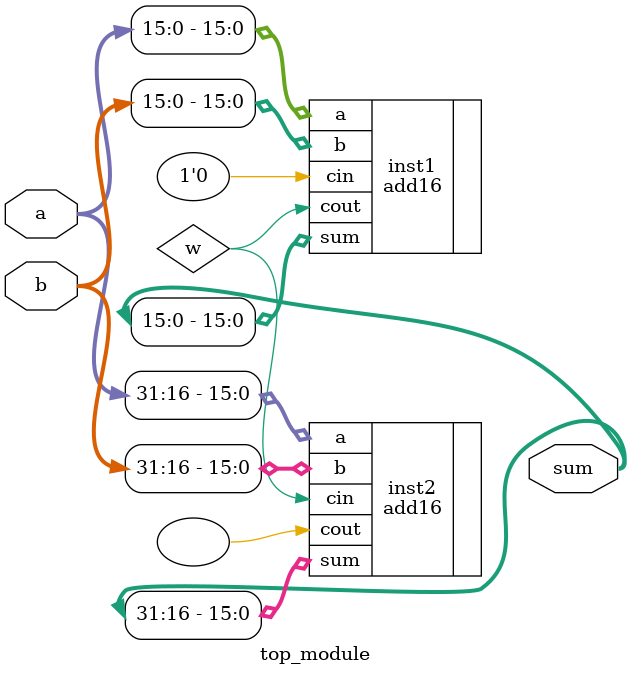
<source format=v>
module top_module(
    input [31:0] a,
    input [31:0] b,
    output [31:0] sum
);
    wire w;
    add16 inst1 (.a(a[15:0]), .b(b[15:0]), .cin(1'b0), .cout(w), .sum(sum[15:0]));
    add16 inst2 (.a(a[31:16]), .b(b[31:16]), .cin(w), .cout(), .sum(sum[31:16]));
endmodule

</source>
